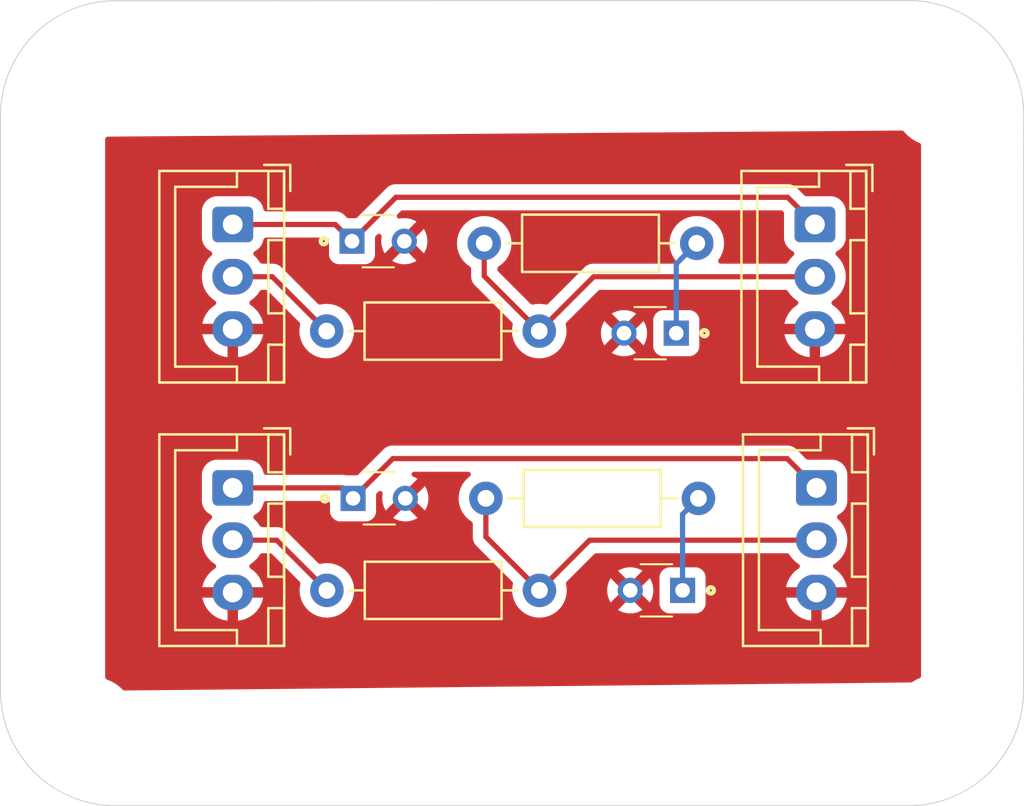
<source format=kicad_pcb>
(kicad_pcb (version 20240108) (generator "pcbnew") (generator_version "8.0")
  (layers (0 "F.Cu" signal) (31 "B.Cu" signal) (34 "B.Paste" user) (35 "F.Paste" user) (36 "B.SilkS" user "B.Silkscreen") (37 "F.SilkS" user "F.Silkscreen") (38 "B.Mask" user) (39 "F.Mask" user) (44 "Edge.Cuts" user))
  (net 0 "")
  (net 1 "GND")
  (net 2 "5V_A")
  (net 3 "Net-(C2-Pad1)")
  (net 4 "Net-(J1-Pin_2)")
  (net 5 "Net-(J2-Pin_2)")
  (net 6 "Net-(J4-Pin_2)")
  (net 7 "Net-(J3-Pin_2)")
  (net 8 "Net-(C4-Pad1)")
  (net 9 "5V_B")
  (footprint "FA14_Capacitor:FA18X7R1H104KNU00" (layer "F.Cu") (at 51.5 30.3)
    (property "Reference" "C1" (hide yes))
    (property "Value" "0.1uF" (hide yes))
    (fp_line (start 0.5 -1.25) (end 2 -1.25) (stroke (width 0.1)) (layer "F.SilkS"))
    (fp_line (start 2 1.25) (end 0.5 1.25) (stroke (width 0.1)) (layer "F.SilkS"))
    (fp_circle (center -1.35 0) (end -1.35 0.05) (stroke (width 0.2)) (fill none) (layer "F.SilkS"))
    (pad "1" thru_hole rect (at 0 0) (size 1.2 1.2) (drill 0.7) (layers "*.Cu" "*.Mask") (net 2 "5V_A"))
    (pad "2" thru_hole circle (at 2.5 0) (size 1.2 1.2) (drill 0.7) (layers "*.Cu" "*.Mask") (net 1 "GND"))
  )
  (footprint "Connector_JST:JST_XH_B3B-XH-A_1x03_P2.50mm_Vertical" (layer "F.Cu") (at 73.7 42.1 -90)
    (property "Reference" "J4" (hide yes))
    (property "Value" "Conn_01x03_Pin" (hide yes))
    (fp_line (start -2.56 3.51) (end 7.56 3.51) (stroke (width 0.12)) (layer "F.SilkS"))
    (fp_line (start 7.56 3.51) (end 7.56 -2.46) (stroke (width 0.12)) (layer "F.SilkS"))
    (fp_line (start -1.8 2.75) (end 2.5 2.75) (stroke (width 0.12)) (layer "F.SilkS"))
    (fp_line (start 6.8 2.75) (end 2.5 2.75) (stroke (width 0.12)) (layer "F.SilkS"))
    (fp_line (start -2.55 -0.2) (end -1.8 -0.2) (stroke (width 0.12)) (layer "F.SilkS"))
    (fp_line (start -1.8 -0.2) (end -1.8 2.75) (stroke (width 0.12)) (layer "F.SilkS"))
    (fp_line (start 6.8 -0.2) (end 6.8 2.75) (stroke (width 0.12)) (layer "F.SilkS"))
    (fp_line (start 7.55 -0.2) (end 6.8 -0.2) (stroke (width 0.12)) (layer "F.SilkS"))
    (fp_line (start -2.55 -1.7) (end -0.75 -1.7) (stroke (width 0.12)) (layer "F.SilkS"))
    (fp_line (start -0.75 -1.7) (end -0.75 -2.45) (stroke (width 0.12)) (layer "F.SilkS"))
    (fp_line (start 0.75 -1.7) (end 4.25 -1.7) (stroke (width 0.12)) (layer "F.SilkS"))
    (fp_line (start 4.25 -1.7) (end 4.25 -2.45) (stroke (width 0.12)) (layer "F.SilkS"))
    (fp_line (start 5.75 -1.7) (end 7.55 -1.7) (stroke (width 0.12)) (layer "F.SilkS"))
    (fp_line (start 7.55 -1.7) (end 7.55 -2.45) (stroke (width 0.12)) (layer "F.SilkS"))
    (fp_line (start -2.55 -2.45) (end -2.55 -1.7) (stroke (width 0.12)) (layer "F.SilkS"))
    (fp_line (start -0.75 -2.45) (end -2.55 -2.45) (stroke (width 0.12)) (layer "F.SilkS"))
    (fp_line (start 0.75 -2.45) (end 0.75 -1.7) (stroke (width 0.12)) (layer "F.SilkS"))
    (fp_line (start 4.25 -2.45) (end 0.75 -2.45) (stroke (width 0.12)) (layer "F.SilkS"))
    (fp_line (start 5.75 -2.45) (end 5.75 -1.7) (stroke (width 0.12)) (layer "F.SilkS"))
    (fp_line (start 7.55 -2.45) (end 5.75 -2.45) (stroke (width 0.12)) (layer "F.SilkS"))
    (fp_line (start -2.56 -2.46) (end -2.56 3.51) (stroke (width 0.12)) (layer "F.SilkS"))
    (fp_line (start 7.56 -2.46) (end -2.56 -2.46) (stroke (width 0.12)) (layer "F.SilkS"))
    (fp_line (start -2.85 -2.75) (end -2.85 -1.5) (stroke (width 0.12)) (layer "F.SilkS"))
    (fp_line (start -1.6 -2.75) (end -2.85 -2.75) (stroke (width 0.12)) (layer "F.SilkS"))
    (pad "1" thru_hole roundrect (at 0 0 270) (size 1.7 1.95) (drill 0.95) (layers "*.Cu" "*.Mask") (roundrect_rratio 0.147059) (net 9 "5V_B"))
    (pad "2" thru_hole oval (at 2.5 0 270) (size 1.7 1.95) (drill 0.95) (layers "*.Cu" "*.Mask") (net 6 "Net-(J4-Pin_2)"))
    (pad "3" thru_hole oval (at 5 0 270) (size 1.7 1.95) (drill 0.95) (layers "*.Cu" "*.Mask") (net 1 "GND"))
  )
  (footprint "Resistor_THT:R_Axial_DIN0207_L6.3mm_D2.5mm_P10.16mm_Horizontal" (layer "F.Cu") (at 68.06 42.6 180)
    (property "Reference" "R4" (hide yes))
    (property "Value" "1k" (hide yes))
    (fp_line (start 9.12 0) (end 8.35 0) (stroke (width 0.12)) (layer "F.SilkS"))
    (fp_line (start 8.35 1.37) (end 8.35 -1.37) (stroke (width 0.12)) (layer "F.SilkS"))
    (fp_line (start 8.35 -1.37) (end 1.81 -1.37) (stroke (width 0.12)) (layer "F.SilkS"))
    (fp_line (start 1.81 1.37) (end 8.35 1.37) (stroke (width 0.12)) (layer "F.SilkS"))
    (fp_line (start 1.81 -1.37) (end 1.81 1.37) (stroke (width 0.12)) (layer "F.SilkS"))
    (fp_line (start 1.04 0) (end 1.81 0) (stroke (width 0.12)) (layer "F.SilkS"))
    (pad "1" thru_hole circle (at 0 0 180) (size 1.6 1.6) (drill 0.8) (layers "*.Cu" "*.Mask") (net 8 "Net-(C4-Pad1)"))
    (pad "2" thru_hole oval (at 10.16 0 180) (size 1.6 1.6) (drill 0.8) (layers "*.Cu" "*.Mask") (net 6 "Net-(J4-Pin_2)"))
  )
  (footprint "Connector_JST:JST_XH_B3B-XH-A_1x03_P2.50mm_Vertical" (layer "F.Cu") (at 45.8 29.5 -90)
    (property "Reference" "J1" (hide yes))
    (property "Value" "Conn_01x03_Pin" (hide yes))
    (fp_line (start -2.56 3.51) (end 7.56 3.51) (stroke (width 0.12)) (layer "F.SilkS"))
    (fp_line (start 7.56 3.51) (end 7.56 -2.46) (stroke (width 0.12)) (layer "F.SilkS"))
    (fp_line (start -1.8 2.75) (end 2.5 2.75) (stroke (width 0.12)) (layer "F.SilkS"))
    (fp_line (start 6.8 2.75) (end 2.5 2.75) (stroke (width 0.12)) (layer "F.SilkS"))
    (fp_line (start -2.55 -0.2) (end -1.8 -0.2) (stroke (width 0.12)) (layer "F.SilkS"))
    (fp_line (start -1.8 -0.2) (end -1.8 2.75) (stroke (width 0.12)) (layer "F.SilkS"))
    (fp_line (start 6.8 -0.2) (end 6.8 2.75) (stroke (width 0.12)) (layer "F.SilkS"))
    (fp_line (start 7.55 -0.2) (end 6.8 -0.2) (stroke (width 0.12)) (layer "F.SilkS"))
    (fp_line (start -2.55 -1.7) (end -0.75 -1.7) (stroke (width 0.12)) (layer "F.SilkS"))
    (fp_line (start -0.75 -1.7) (end -0.75 -2.45) (stroke (width 0.12)) (layer "F.SilkS"))
    (fp_line (start 0.75 -1.7) (end 4.25 -1.7) (stroke (width 0.12)) (layer "F.SilkS"))
    (fp_line (start 4.25 -1.7) (end 4.25 -2.45) (stroke (width 0.12)) (layer "F.SilkS"))
    (fp_line (start 5.75 -1.7) (end 7.55 -1.7) (stroke (width 0.12)) (layer "F.SilkS"))
    (fp_line (start 7.55 -1.7) (end 7.55 -2.45) (stroke (width 0.12)) (layer "F.SilkS"))
    (fp_line (start -2.55 -2.45) (end -2.55 -1.7) (stroke (width 0.12)) (layer "F.SilkS"))
    (fp_line (start -0.75 -2.45) (end -2.55 -2.45) (stroke (width 0.12)) (layer "F.SilkS"))
    (fp_line (start 0.75 -2.45) (end 0.75 -1.7) (stroke (width 0.12)) (layer "F.SilkS"))
    (fp_line (start 4.25 -2.45) (end 0.75 -2.45) (stroke (width 0.12)) (layer "F.SilkS"))
    (fp_line (start 5.75 -2.45) (end 5.75 -1.7) (stroke (width 0.12)) (layer "F.SilkS"))
    (fp_line (start 7.55 -2.45) (end 5.75 -2.45) (stroke (width 0.12)) (layer "F.SilkS"))
    (fp_line (start -2.56 -2.46) (end -2.56 3.51) (stroke (width 0.12)) (layer "F.SilkS"))
    (fp_line (start 7.56 -2.46) (end -2.56 -2.46) (stroke (width 0.12)) (layer "F.SilkS"))
    (fp_line (start -2.85 -2.75) (end -2.85 -1.5) (stroke (width 0.12)) (layer "F.SilkS"))
    (fp_line (start -1.6 -2.75) (end -2.85 -2.75) (stroke (width 0.12)) (layer "F.SilkS"))
    (pad "1" thru_hole roundrect (at 0 0 270) (size 1.7 1.95) (drill 0.95) (layers "*.Cu" "*.Mask") (roundrect_rratio 0.147059) (net 2 "5V_A"))
    (pad "2" thru_hole oval (at 2.5 0 270) (size 1.7 1.95) (drill 0.95) (layers "*.Cu" "*.Mask") (net 4 "Net-(J1-Pin_2)"))
    (pad "3" thru_hole oval (at 5 0 270) (size 1.7 1.95) (drill 0.95) (layers "*.Cu" "*.Mask") (net 1 "GND"))
  )
  (footprint "FA14_Capacitor:FA18X7R1H104KNU00" (layer "F.Cu") (at 51.55 42.6)
    (property "Reference" "C3" (hide yes))
    (property "Value" "0.1uF" (hide yes))
    (fp_line (start 0.5 -1.25) (end 2 -1.25) (stroke (width 0.1)) (layer "F.SilkS"))
    (fp_line (start 2 1.25) (end 0.5 1.25) (stroke (width 0.1)) (layer "F.SilkS"))
    (fp_circle (center -1.35 0) (end -1.35 0.05) (stroke (width 0.2)) (fill none) (layer "F.SilkS"))
    (pad "1" thru_hole rect (at 0 0) (size 1.2 1.2) (drill 0.7) (layers "*.Cu" "*.Mask") (net 9 "5V_B"))
    (pad "2" thru_hole circle (at 2.5 0) (size 1.2 1.2) (drill 0.7) (layers "*.Cu" "*.Mask") (net 1 "GND"))
  )
  (footprint "FA14_Capacitor:FA18X7R1H104KNU00" (layer "F.Cu") (at 67 34.7 180)
    (property "Reference" "C2" (hide yes))
    (property "Value" "0.1uF" (hide yes))
    (fp_line (start 2 1.25) (end 0.5 1.25) (stroke (width 0.1)) (layer "F.SilkS"))
    (fp_line (start 0.5 -1.25) (end 2 -1.25) (stroke (width 0.1)) (layer "F.SilkS"))
    (fp_circle (center -1.35 0) (end -1.35 0.05) (stroke (width 0.2)) (fill none) (layer "F.SilkS"))
    (pad "1" thru_hole rect (at 0 0 180) (size 1.2 1.2) (drill 0.7) (layers "*.Cu" "*.Mask") (net 3 "Net-(C2-Pad1)"))
    (pad "2" thru_hole circle (at 2.5 0 180) (size 1.2 1.2) (drill 0.7) (layers "*.Cu" "*.Mask") (net 1 "GND"))
  )
  (footprint "Resistor_THT:R_Axial_DIN0207_L6.3mm_D2.5mm_P10.16mm_Horizontal" (layer "F.Cu") (at 67.98 30.4 180)
    (property "Reference" "R1" (hide yes))
    (property "Value" "1k" (hide yes))
    (fp_line (start 9.12 0) (end 8.35 0) (stroke (width 0.12)) (layer "F.SilkS"))
    (fp_line (start 8.35 1.37) (end 8.35 -1.37) (stroke (width 0.12)) (layer "F.SilkS"))
    (fp_line (start 8.35 -1.37) (end 1.81 -1.37) (stroke (width 0.12)) (layer "F.SilkS"))
    (fp_line (start 1.81 1.37) (end 8.35 1.37) (stroke (width 0.12)) (layer "F.SilkS"))
    (fp_line (start 1.81 -1.37) (end 1.81 1.37) (stroke (width 0.12)) (layer "F.SilkS"))
    (fp_line (start 1.04 0) (end 1.81 0) (stroke (width 0.12)) (layer "F.SilkS"))
    (pad "1" thru_hole circle (at 0 0 180) (size 1.6 1.6) (drill 0.8) (layers "*.Cu" "*.Mask") (net 3 "Net-(C2-Pad1)"))
    (pad "2" thru_hole oval (at 10.16 0 180) (size 1.6 1.6) (drill 0.8) (layers "*.Cu" "*.Mask") (net 5 "Net-(J2-Pin_2)"))
  )
  (footprint "Connector_JST:JST_XH_B3B-XH-A_1x03_P2.50mm_Vertical" (layer "F.Cu") (at 73.625 29.5 -90)
    (property "Reference" "J2" (hide yes))
    (property "Value" "Conn_01x03_Pin" (hide yes))
    (fp_line (start -2.56 3.51) (end 7.56 3.51) (stroke (width 0.12)) (layer "F.SilkS"))
    (fp_line (start 7.56 3.51) (end 7.56 -2.46) (stroke (width 0.12)) (layer "F.SilkS"))
    (fp_line (start -1.8 2.75) (end 2.5 2.75) (stroke (width 0.12)) (layer "F.SilkS"))
    (fp_line (start 6.8 2.75) (end 2.5 2.75) (stroke (width 0.12)) (layer "F.SilkS"))
    (fp_line (start -2.55 -0.2) (end -1.8 -0.2) (stroke (width 0.12)) (layer "F.SilkS"))
    (fp_line (start -1.8 -0.2) (end -1.8 2.75) (stroke (width 0.12)) (layer "F.SilkS"))
    (fp_line (start 6.8 -0.2) (end 6.8 2.75) (stroke (width 0.12)) (layer "F.SilkS"))
    (fp_line (start 7.55 -0.2) (end 6.8 -0.2) (stroke (width 0.12)) (layer "F.SilkS"))
    (fp_line (start -2.55 -1.7) (end -0.75 -1.7) (stroke (width 0.12)) (layer "F.SilkS"))
    (fp_line (start -0.75 -1.7) (end -0.75 -2.45) (stroke (width 0.12)) (layer "F.SilkS"))
    (fp_line (start 0.75 -1.7) (end 4.25 -1.7) (stroke (width 0.12)) (layer "F.SilkS"))
    (fp_line (start 4.25 -1.7) (end 4.25 -2.45) (stroke (width 0.12)) (layer "F.SilkS"))
    (fp_line (start 5.75 -1.7) (end 7.55 -1.7) (stroke (width 0.12)) (layer "F.SilkS"))
    (fp_line (start 7.55 -1.7) (end 7.55 -2.45) (stroke (width 0.12)) (layer "F.SilkS"))
    (fp_line (start -2.55 -2.45) (end -2.55 -1.7) (stroke (width 0.12)) (layer "F.SilkS"))
    (fp_line (start -0.75 -2.45) (end -2.55 -2.45) (stroke (width 0.12)) (layer "F.SilkS"))
    (fp_line (start 0.75 -2.45) (end 0.75 -1.7) (stroke (width 0.12)) (layer "F.SilkS"))
    (fp_line (start 4.25 -2.45) (end 0.75 -2.45) (stroke (width 0.12)) (layer "F.SilkS"))
    (fp_line (start 5.75 -2.45) (end 5.75 -1.7) (stroke (width 0.12)) (layer "F.SilkS"))
    (fp_line (start 7.55 -2.45) (end 5.75 -2.45) (stroke (width 0.12)) (layer "F.SilkS"))
    (fp_line (start -2.56 -2.46) (end -2.56 3.51) (stroke (width 0.12)) (layer "F.SilkS"))
    (fp_line (start 7.56 -2.46) (end -2.56 -2.46) (stroke (width 0.12)) (layer "F.SilkS"))
    (fp_line (start -2.85 -2.75) (end -2.85 -1.5) (stroke (width 0.12)) (layer "F.SilkS"))
    (fp_line (start -1.6 -2.75) (end -2.85 -2.75) (stroke (width 0.12)) (layer "F.SilkS"))
    (pad "1" thru_hole roundrect (at 0 0 270) (size 1.7 1.95) (drill 0.95) (layers "*.Cu" "*.Mask") (roundrect_rratio 0.147059) (net 2 "5V_A"))
    (pad "2" thru_hole oval (at 2.5 0 270) (size 1.7 1.95) (drill 0.95) (layers "*.Cu" "*.Mask") (net 5 "Net-(J2-Pin_2)"))
    (pad "3" thru_hole oval (at 5 0 270) (size 1.7 1.95) (drill 0.95) (layers "*.Cu" "*.Mask") (net 1 "GND"))
  )
  (footprint "MountingHole:MountingHole_3.2mm_M3" (layer "F.Cu") (at 39.2 53)
    (property "Reference" "REF**" (hide yes))
    (property "Value" "MountingHole_3.2mm_M3" (hide yes))
    (pad "" np_thru_hole circle (at 0 0) (size 3.2 3.2) (drill 3.2) (layers "*.Cu" "*.Mask"))
  )
  (footprint "Resistor_THT:R_Axial_DIN0207_L6.3mm_D2.5mm_P10.16mm_Horizontal" (layer "F.Cu") (at 50.29 34.6)
    (property "Reference" "R2" (hide yes))
    (property "Value" "1k" (hide yes))
    (fp_line (start 1.04 0) (end 1.81 0) (stroke (width 0.12)) (layer "F.SilkS"))
    (fp_line (start 1.81 -1.37) (end 1.81 1.37) (stroke (width 0.12)) (layer "F.SilkS"))
    (fp_line (start 1.81 1.37) (end 8.35 1.37) (stroke (width 0.12)) (layer "F.SilkS"))
    (fp_line (start 8.35 -1.37) (end 1.81 -1.37) (stroke (width 0.12)) (layer "F.SilkS"))
    (fp_line (start 8.35 1.37) (end 8.35 -1.37) (stroke (width 0.12)) (layer "F.SilkS"))
    (fp_line (start 9.12 0) (end 8.35 0) (stroke (width 0.12)) (layer "F.SilkS"))
    (pad "1" thru_hole circle (at 0 0) (size 1.6 1.6) (drill 0.8) (layers "*.Cu" "*.Mask") (net 4 "Net-(J1-Pin_2)"))
    (pad "2" thru_hole oval (at 10.16 0) (size 1.6 1.6) (drill 0.8) (layers "*.Cu" "*.Mask") (net 5 "Net-(J2-Pin_2)"))
  )
  (footprint "MountingHole:MountingHole_3.2mm_M3" (layer "F.Cu") (at 79.3 23.9)
    (property "Reference" "REF**" (hide yes))
    (property "Value" "MountingHole_3.2mm_M3" (hide yes))
    (pad "" np_thru_hole circle (at 0 0) (size 3.2 3.2) (drill 3.2) (layers "*.Cu" "*.Mask"))
  )
  (footprint "MountingHole:MountingHole_3.2mm_M3" (layer "F.Cu") (at 79.3 52.9)
    (property "Reference" "REF**" (hide yes))
    (property "Value" "MountingHole_3.2mm_M3" (hide yes))
    (pad "" np_thru_hole circle (at 0 0) (size 3.2 3.2) (drill 3.2) (layers "*.Cu" "*.Mask"))
  )
  (footprint "Resistor_THT:R_Axial_DIN0207_L6.3mm_D2.5mm_P10.16mm_Horizontal" (layer "F.Cu") (at 50.3 47)
    (property "Reference" "R3" (hide yes))
    (property "Value" "1k" (hide yes))
    (fp_line (start 1.04 0) (end 1.81 0) (stroke (width 0.12)) (layer "F.SilkS"))
    (fp_line (start 1.81 -1.37) (end 1.81 1.37) (stroke (width 0.12)) (layer "F.SilkS"))
    (fp_line (start 1.81 1.37) (end 8.35 1.37) (stroke (width 0.12)) (layer "F.SilkS"))
    (fp_line (start 8.35 -1.37) (end 1.81 -1.37) (stroke (width 0.12)) (layer "F.SilkS"))
    (fp_line (start 8.35 1.37) (end 8.35 -1.37) (stroke (width 0.12)) (layer "F.SilkS"))
    (fp_line (start 9.12 0) (end 8.35 0) (stroke (width 0.12)) (layer "F.SilkS"))
    (pad "1" thru_hole circle (at 0 0) (size 1.6 1.6) (drill 0.8) (layers "*.Cu" "*.Mask") (net 7 "Net-(J3-Pin_2)"))
    (pad "2" thru_hole oval (at 10.16 0) (size 1.6 1.6) (drill 0.8) (layers "*.Cu" "*.Mask") (net 6 "Net-(J4-Pin_2)"))
  )
  (footprint "MountingHole:MountingHole_3.2mm_M3" (layer "F.Cu") (at 39.2 23.5)
    (property "Reference" "REF**" (hide yes))
    (property "Value" "MountingHole_3.2mm_M3" (hide yes))
    (pad "" np_thru_hole circle (at 0 0) (size 3.2 3.2) (drill 3.2) (layers "*.Cu" "*.Mask"))
  )
  (footprint "FA14_Capacitor:FA18X7R1H104KNU00" (layer "F.Cu") (at 67.3 47 180)
    (property "Reference" "C4" (hide yes))
    (property "Value" "0.1uF" (hide yes))
    (fp_line (start 2 1.25) (end 0.5 1.25) (stroke (width 0.1)) (layer "F.SilkS"))
    (fp_line (start 0.5 -1.25) (end 2 -1.25) (stroke (width 0.1)) (layer "F.SilkS"))
    (fp_circle (center -1.35 0) (end -1.35 0.05) (stroke (width 0.2)) (fill none) (layer "F.SilkS"))
    (pad "1" thru_hole rect (at 0 0 180) (size 1.2 1.2) (drill 0.7) (layers "*.Cu" "*.Mask") (net 8 "Net-(C4-Pad1)"))
    (pad "2" thru_hole circle (at 2.5 0 180) (size 1.2 1.2) (drill 0.7) (layers "*.Cu" "*.Mask") (net 1 "GND"))
  )
  (footprint "Connector_JST:JST_XH_B3B-XH-A_1x03_P2.50mm_Vertical" (layer "F.Cu") (at 45.8 42.1 -90)
    (property "Reference" "J3" (hide yes))
    (property "Value" "Conn_01x03_Pin" (hide yes))
    (fp_line (start -2.56 3.51) (end 7.56 3.51) (stroke (width 0.12)) (layer "F.SilkS"))
    (fp_line (start 7.56 3.51) (end 7.56 -2.46) (stroke (width 0.12)) (layer "F.SilkS"))
    (fp_line (start -1.8 2.75) (end 2.5 2.75) (stroke (width 0.12)) (layer "F.SilkS"))
    (fp_line (start 6.8 2.75) (end 2.5 2.75) (stroke (width 0.12)) (layer "F.SilkS"))
    (fp_line (start -2.55 -0.2) (end -1.8 -0.2) (stroke (width 0.12)) (layer "F.SilkS"))
    (fp_line (start -1.8 -0.2) (end -1.8 2.75) (stroke (width 0.12)) (layer "F.SilkS"))
    (fp_line (start 6.8 -0.2) (end 6.8 2.75) (stroke (width 0.12)) (layer "F.SilkS"))
    (fp_line (start 7.55 -0.2) (end 6.8 -0.2) (stroke (width 0.12)) (layer "F.SilkS"))
    (fp_line (start -2.55 -1.7) (end -0.75 -1.7) (stroke (width 0.12)) (layer "F.SilkS"))
    (fp_line (start -0.75 -1.7) (end -0.75 -2.45) (stroke (width 0.12)) (layer "F.SilkS"))
    (fp_line (start 0.75 -1.7) (end 4.25 -1.7) (stroke (width 0.12)) (layer "F.SilkS"))
    (fp_line (start 4.25 -1.7) (end 4.25 -2.45) (stroke (width 0.12)) (layer "F.SilkS"))
    (fp_line (start 5.75 -1.7) (end 7.55 -1.7) (stroke (width 0.12)) (layer "F.SilkS"))
    (fp_line (start 7.55 -1.7) (end 7.55 -2.45) (stroke (width 0.12)) (layer "F.SilkS"))
    (fp_line (start -2.55 -2.45) (end -2.55 -1.7) (stroke (width 0.12)) (layer "F.SilkS"))
    (fp_line (start -0.75 -2.45) (end -2.55 -2.45) (stroke (width 0.12)) (layer "F.SilkS"))
    (fp_line (start 0.75 -2.45) (end 0.75 -1.7) (stroke (width 0.12)) (layer "F.SilkS"))
    (fp_line (start 4.25 -2.45) (end 0.75 -2.45) (stroke (width 0.12)) (layer "F.SilkS"))
    (fp_line (start 5.75 -2.45) (end 5.75 -1.7) (stroke (width 0.12)) (layer "F.SilkS"))
    (fp_line (start 7.55 -2.45) (end 5.75 -2.45) (stroke (width 0.12)) (layer "F.SilkS"))
    (fp_line (start -2.56 -2.46) (end -2.56 3.51) (stroke (width 0.12)) (layer "F.SilkS"))
    (fp_line (start 7.56 -2.46) (end -2.56 -2.46) (stroke (width 0.12)) (layer "F.SilkS"))
    (fp_line (start -2.85 -2.75) (end -2.85 -1.5) (stroke (width 0.12)) (layer "F.SilkS"))
    (fp_line (start -1.6 -2.75) (end -2.85 -2.75) (stroke (width 0.12)) (layer "F.SilkS"))
    (pad "1" thru_hole roundrect (at 0 0 270) (size 1.7 1.95) (drill 0.95) (layers "*.Cu" "*.Mask") (roundrect_rratio 0.147059) (net 9 "5V_B"))
    (pad "2" thru_hole oval (at 2.5 0 270) (size 1.7 1.95) (drill 0.95) (layers "*.Cu" "*.Mask") (net 7 "Net-(J3-Pin_2)"))
    (pad "3" thru_hole oval (at 5 0 270) (size 1.7 1.95) (drill 0.95) (layers "*.Cu" "*.Mask") (net 1 "GND"))
  )
  (gr_arc (start 34.7 24.3) (mid 36.310913 20.410913) (end 40.2 18.8) (stroke (width 0.05)) (layer "Edge.Cuts"))
  (gr_arc (start 40.2 57.3) (mid 36.310913 55.689087) (end 34.7 51.8) (stroke (width 0.05)) (layer "Edge.Cuts"))
  (gr_line (start 34.7 51.8) (end 34.7 24.3) (stroke (width 0.05)) (layer "Edge.Cuts"))
  (gr_line (start 78.094543 57.3) (end 40.2 57.3) (stroke (width 0.05)) (layer "Edge.Cuts"))
  (gr_line (start 83.605456 24.289087) (end 83.594543 51.8) (stroke (width 0.05)) (layer "Edge.Cuts"))
  (gr_arc (start 78.110913 18.789087) (mid 82 20.4) (end 83.610913 24.289087) (stroke (width 0.05)) (layer "Edge.Cuts"))
  (gr_arc (start 83.594543 51.8) (mid 81.98363 55.689087) (end 78.094543 57.3) (stroke (width 0.05)) (layer "Edge.Cuts"))
  (gr_line (start 40.2 18.8) (end 78.110913 18.789087) (stroke (width 0.05)) (layer "Edge.Cuts"))
  (segment (start 53.6 28.2) (end 72.325 28.2) (width 0.25) (layer "F.Cu") (net 2))
  (segment (start 45.8 29.5) (end 50.7 29.5) (width 0.25) (layer "F.Cu") (net 2))
  (segment (start 51.5 30.3) (end 53.6 28.2) (width 0.25) (layer "F.Cu") (net 2))
  (segment (start 50.7 29.5) (end 51.5 30.3) (width 0.25) (layer "F.Cu") (net 2))
  (segment (start 72.325 28.2) (end 73.625 29.5) (width 0.25) (layer "F.Cu") (net 2))
  (segment (start 67 34.7) (end 67 31.38) (width 0.25) (layer "B.Cu") (net 3))
  (segment (start 67 31.38) (end 67.98 30.4) (width 0.25) (layer "B.Cu") (net 3))
  (segment (start 47.69 32) (end 50.29 34.6) (width 0.25) (layer "F.Cu") (net 4))
  (segment (start 45.8 32) (end 47.69 32) (width 0.25) (layer "F.Cu") (net 4))
  (segment (start 57.82 30.4) (end 57.82 31.97) (width 0.25) (layer "F.Cu") (net 5))
  (segment (start 60.45 34.6) (end 63.05 32) (width 0.25) (layer "F.Cu") (net 5))
  (segment (start 63.05 32) (end 73.625 32) (width 0.25) (layer "F.Cu") (net 5))
  (segment (start 57.82 31.97) (end 60.45 34.6) (width 0.25) (layer "F.Cu") (net 5))
  (segment (start 57.9 44.44) (end 60.46 47) (width 0.25) (layer "F.Cu") (net 6))
  (segment (start 57.9 42.6) (end 57.9 44.44) (width 0.25) (layer "F.Cu") (net 6))
  (segment (start 62.86 44.6) (end 73.7 44.6) (width 0.25) (layer "F.Cu") (net 6))
  (segment (start 60.46 47) (end 62.86 44.6) (width 0.25) (layer "F.Cu") (net 6))
  (segment (start 45.8 44.6) (end 47.9 44.6) (width 0.25) (layer "F.Cu") (net 7))
  (segment (start 47.9 44.6) (end 50.3 47) (width 0.25) (layer "F.Cu") (net 7))
  (segment (start 67.3 47) (end 67.3 43.36) (width 0.25) (layer "B.Cu") (net 8))
  (segment (start 67.3 43.36) (end 68.06 42.6) (width 0.25) (layer "B.Cu") (net 8))
  (segment (start 51.05 42.1) (end 51.55 42.6) (width 0.25) (layer "F.Cu") (net 9))
  (segment (start 53.45 40.7) (end 72.3 40.7) (width 0.25) (layer "F.Cu") (net 9))
  (segment (start 72.3 40.7) (end 73.7 42.1) (width 0.25) (layer "F.Cu") (net 9))
  (segment (start 51.55 42.6) (end 53.45 40.7) (width 0.25) (layer "F.Cu") (net 9))
  (segment (start 45.8 42.1) (end 51.05 42.1) (width 0.25) (layer "F.Cu") (net 9))
  (zone (net 1) (net_name "GND") (layer "F.Cu") (connect_pads (clearance 0.5)) (min_thickness 0.25) (fill yes (thermal_gap 0.5) (thermal_bridge_width 0.5))
    (polygon (pts (xy 39.7 25.3) (xy 39.7 51.8) (xy 78.7 51.4) (xy 78.7 25)))
  )
)
</source>
